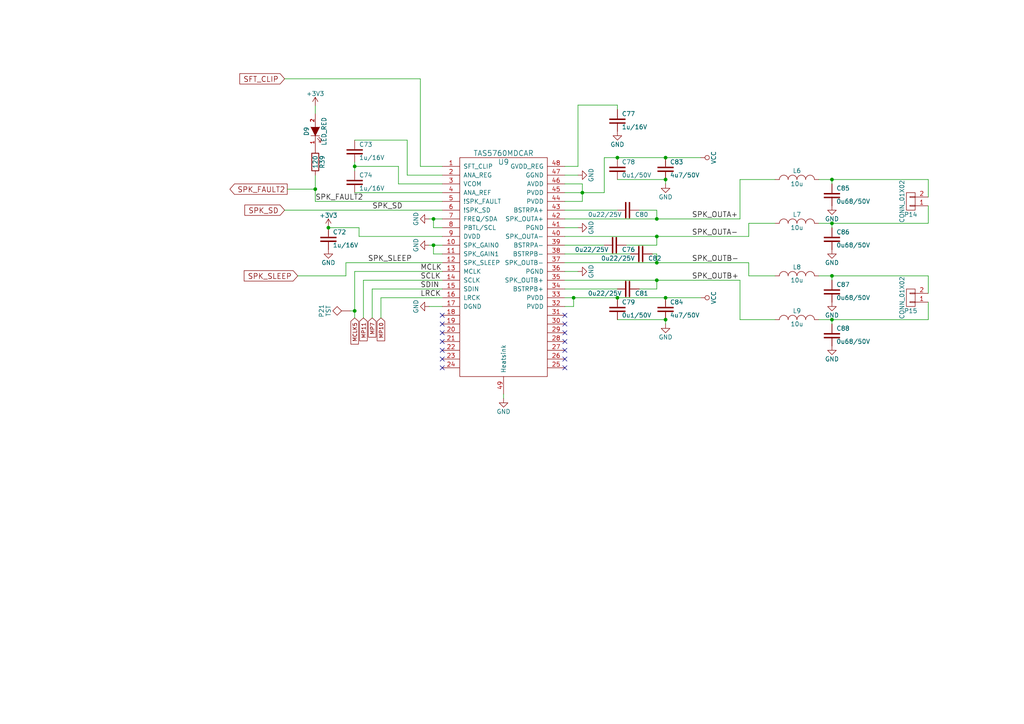
<source format=kicad_sch>
(kicad_sch (version 20230121) (generator eeschema)
  (paper "A4")
  (title_block (title "freeDSP-AiO") (date "2018-08-09") (rev "V1.0") (company "TUD") (comment 1 "Friedrich, Hoffmann, Kaiser, Schindler") (comment 2 "Hauptseminar Kommunikationsnetze"))
  (lib_symbols
    (symbol "MyLibrary:Capacitor" (pin_numbers hide) (pin_names (offset 0))
      (property "Reference" "C" (at 1.27 2.54 0))
      (property "Value" "Capacitor" (at 1.27 -1.27 0))
      (symbol "Capacitor_0_1"
        (rectangle (start -2.286 0) (end 2.286 -0.254) (fill (type outline)))
        (rectangle (start -2.286 1.0922) (end 2.286 0.8382) (fill (type outline)))
      )
      (symbol "Capacitor_1_1"
        (pin passive line (at 0 3.81 270) (length 2.5908) (name "~") (number "1"))
        (pin passive line (at 0 -2.54 90) (length 2.54) (name "~") (number "2"))
      )
    )
    (symbol "MyLibrary:Inductor" (pin_numbers hide) (pin_names (offset 0) hide)
      (property "Reference" "L" (at 0 2.54 0))
      (property "Value" "Inductor" (at 0 -1.27 0))
      (symbol "Inductor_0_1"
        (arc (start -2.54 0) (mid -3.81 1.2645) (end -5.08 0))
        (arc (start 0 0) (mid -1.27 1.2645) (end -2.54 0))
        (arc (start 2.54 0) (mid 1.27 1.2645) (end 0 0))
        (arc (start 5.08 0) (mid 3.81 1.2645) (end 2.54 0))
      )
      (symbol "Inductor_1_1"
        (pin input line (at -6.35 0 0) (length 1.27) (name "1") (number "1"))
        (pin input line (at 6.35 0 180) (length 1.27) (name "2") (number "2"))
      )
    )
    (symbol "MyLibrary:TAS5760MDCAR" (pin_names (offset 1.016))
      (property "Reference" "U" (at 5.08 -33.02 0))
      (property "Value" "TAS5760MDCAR" (at 0 33.02 0))
      (symbol "TAS5760MDCAR_0_1"
        (rectangle (start -12.7 30.48) (end -12.7 30.48))
        (rectangle (start -12.7 31.75) (end 12.7 -31.75))
      )
      (symbol "TAS5760MDCAR_1_1"
        (pin input line (at -17.78 29.21 0) (length 5.08) (name "SFT_CLIP") (number "1"))
        (pin input line (at -17.78 6.35 0) (length 5.08) (name "SPK_GAIN0") (number "10"))
        (pin input line (at -17.78 3.81 0) (length 5.08) (name "SPK_GAIN1") (number "11"))
        (pin input line (at -17.78 1.27 0) (length 5.08) (name "SPK_SLEEP") (number "12"))
        (pin bidirectional line (at -17.78 -1.27 0) (length 5.08) (name "MCLK") (number "13"))
        (pin input line (at -17.78 -3.81 0) (length 5.08) (name "SCLK") (number "14"))
        (pin input line (at -17.78 -6.35 0) (length 5.08) (name "SDIN") (number "15"))
        (pin input line (at -17.78 -8.89 0) (length 5.08) (name "LRCK") (number "16"))
        (pin input line (at -17.78 -11.43 0) (length 5.08) (name "DGND") (number "17"))
        (pin unspecified line (at -17.78 -13.97 0) (length 5.08) (name "~") (number "18"))
        (pin unspecified line (at -17.78 -16.51 0) (length 5.08) (name "~") (number "19"))
        (pin input line (at -17.78 26.67 0) (length 5.08) (name "ANA_REG") (number "2"))
        (pin unspecified line (at -17.78 -19.05 0) (length 5.08) (name "~") (number "20"))
        (pin unspecified line (at -17.78 -21.59 0) (length 5.08) (name "~") (number "21"))
        (pin input line (at -17.78 -24.13 0) (length 5.08) (name "~") (number "22"))
        (pin input line (at -17.78 -26.67 0) (length 5.08) (name "~") (number "23"))
        (pin input line (at -17.78 -29.21 0) (length 5.08) (name "~") (number "24"))
        (pin output line (at 17.78 -29.21 180) (length 5.08) (name "~") (number "25"))
        (pin output line (at 17.78 -26.67 180) (length 5.08) (name "~") (number "26"))
        (pin output line (at 17.78 -24.13 180) (length 5.08) (name "~") (number "27"))
        (pin output line (at 17.78 -21.59 180) (length 5.08) (name "~") (number "28"))
        (pin output line (at 17.78 -19.05 180) (length 5.08) (name "~") (number "29"))
        (pin input line (at -17.78 24.13 0) (length 5.08) (name "VCOM") (number "3"))
        (pin output line (at 17.78 -16.51 180) (length 5.08) (name "~") (number "30"))
        (pin output line (at 17.78 -13.97 180) (length 5.08) (name "~") (number "31"))
        (pin power_in line (at 17.78 -11.43 180) (length 5.08) (name "PVDD") (number "32"))
        (pin power_in line (at 17.78 -8.89 180) (length 5.08) (name "PVDD") (number "33"))
        (pin output line (at 17.78 -6.35 180) (length 5.08) (name "BSTRPB+") (number "34"))
        (pin output line (at 17.78 -3.81 180) (length 5.08) (name "SPK_OUTB+") (number "35"))
        (pin bidirectional line (at 17.78 -1.27 180) (length 5.08) (name "PGND") (number "36"))
        (pin output line (at 17.78 1.27 180) (length 5.08) (name "SPK_OUTB-") (number "37"))
        (pin output line (at 17.78 3.81 180) (length 5.08) (name "BSTRPB-") (number "38"))
        (pin output line (at 17.78 6.35 180) (length 5.08) (name "BSTRPA-") (number "39"))
        (pin input line (at -17.78 21.59 0) (length 5.08) (name "ANA_REF") (number "4"))
        (pin output line (at 17.78 8.89 180) (length 5.08) (name "SPK_OUTA-") (number "40"))
        (pin bidirectional line (at 17.78 11.43 180) (length 5.08) (name "PGND") (number "41"))
        (pin output line (at 17.78 13.97 180) (length 5.08) (name "SPK_OUTA+") (number "42"))
        (pin output line (at 17.78 16.51 180) (length 5.08) (name "BSTRPA+") (number "43"))
        (pin input line (at 17.78 19.05 180) (length 5.08) (name "PVDD") (number "44"))
        (pin input line (at 17.78 21.59 180) (length 5.08) (name "PVDD") (number "45"))
        (pin input line (at 17.78 24.13 180) (length 5.08) (name "AVDD") (number "46"))
        (pin input line (at 17.78 26.67 180) (length 5.08) (name "GGND") (number "47"))
        (pin output line (at 17.78 29.21 180) (length 5.08) (name "GVDD_REG") (number "48"))
        (pin passive line (at 0 -36.83 90) (length 5.08) (name "Heatsink") (number "49"))
        (pin input line (at -17.78 19.05 0) (length 5.08) (name "!SPK_FAULT") (number "5"))
        (pin input line (at -17.78 16.51 0) (length 5.08) (name "!SPK_SD") (number "6"))
        (pin input line (at -17.78 13.97 0) (length 5.08) (name "FREQ/SDA") (number "7"))
        (pin input line (at -17.78 11.43 0) (length 5.08) (name "PBTL/SCL") (number "8"))
        (pin input line (at -17.78 8.89 0) (length 5.08) (name "DVDD") (number "9"))
      )
    )
    (symbol "smd_aio-rescue:+3V3" (power) (pin_names (offset 0))
      (property "Value" "+3V3" (at 0 3.556 0))
      (symbol "+3V3_0_1"
        (polyline (pts (xy -0.762 1.27) (xy 0 2.54)))
        (polyline (pts (xy 0 0) (xy 0 2.54)))
        (polyline (pts (xy 0 2.54) (xy 0.762 1.27)))
      )
      (symbol "+3V3_1_1"
        (pin power_in line (at 0 0 90) (length 0) hide (name "+3V3") (number "1"))
      )
    )
    (symbol "smd_aio-rescue:CONN_01X02" (pin_names (offset 1.016) hide)
      (property "Reference" "P" (at 0 3.81 0))
      (property "Value" "CONN_01X02" (at 2.54 0 90))
      (symbol "CONN_01X02_0_1"
        (rectangle (start -1.27 -1.143) (end 0.254 -1.397))
        (rectangle (start -1.27 1.397) (end 0.254 1.143))
        (rectangle (start -1.27 2.54) (end 1.27 -2.54))
      )
      (symbol "CONN_01X02_1_1"
        (pin passive line (at -5.08 1.27 0) (length 3.81) (name "P1") (number "1"))
        (pin passive line (at -5.08 -1.27 0) (length 3.81) (name "P2") (number "2"))
      )
    )
    (symbol "smd_aio-rescue:GND" (power) (pin_names (offset 0))
      (property "Value" "GND" (at 0 -3.81 0))
      (symbol "GND_0_1"
        (polyline (pts (xy 0 0) (xy 0 -1.27) (xy 1.27 -1.27) (xy 0 -2.54) (xy -1.27 -1.27) (xy 0 -1.27)))
      )
      (symbol "GND_1_1"
        (pin power_in line (at 0 0 270) (length 0) hide (name "GND") (number "1"))
      )
    )
    (symbol "smd_aio-rescue:LED" (pin_names (offset 1.016) hide)
      (property "Reference" "D" (at 0 2.54 0))
      (property "Value" "LED" (at 0 -2.54 0))
      (symbol "LED_0_1"
        (polyline (pts (xy -1.27 1.27) (xy -1.27 -1.27)))
        (polyline (pts (xy -2.032 -0.635) (xy -3.175 -1.651) (xy -3.048 -1.016)))
        (polyline (pts (xy -1.651 -1.016) (xy -2.794 -2.032) (xy -2.667 -1.397)))
        (polyline (pts (xy 1.27 1.27) (xy -1.27 0) (xy 1.27 -1.27)) (fill (type outline)))
      )
      (symbol "LED_1_1"
        (pin passive line (at -5.08 0 0) (length 3.81) (name "K") (number "1"))
        (pin passive line (at 5.08 0 180) (length 3.81) (name "A") (number "2"))
      )
    )
    (symbol "smd_aio-rescue:R" (pin_numbers hide) (pin_names (offset 0))
      (property "Reference" "R" (at 2.032 0 90))
      (property "Value" "R" (at 0 0 90))
      (symbol "R_0_1"
        (rectangle (start -1.016 -2.54) (end 1.016 2.54) (stroke (width 0.254)))
      )
      (symbol "R_1_1"
        (pin passive line (at 0 3.81 270) (length 1.27) (name "~") (number "1"))
        (pin passive line (at 0 -3.81 90) (length 1.27) (name "~") (number "2"))
      )
    )
    (symbol "smd_aio-rescue:TST" (pin_numbers hide) (pin_names (offset 1.016) hide)
      (property "Reference" "P" (at 0 7.62 0))
      (property "Value" "TST" (at 0 6.35 0))
      (symbol "TST_0_1"
        (polyline (pts (xy 0 5.08) (xy -1.27 3.81) (xy 0 2.54) (xy 1.27 3.81) (xy 0 5.08) (xy 0 5.08)))
      )
      (symbol "TST_1_1"
        (pin passive line (at 0 0 90) (length 2.54) (name "~") (number "1"))
      )
    )
    (symbol "smd_aio-rescue:VCC" (power) (pin_names (offset 0))
      (property "Value" "VCC" (at 0 3.81 0))
      (symbol "VCC_0_1"
        (polyline (pts (xy 0 0) (xy 0 1.27)))
        (circle (center 0 1.905) (radius 0.635))
      )
      (symbol "VCC_1_1"
        (pin power_in line (at 0 0 90) (length 0) hide (name "VCC") (number "1"))
      )
    )
  )
  (junction (at 190.5 68.58))
  (junction (at 193.04 52.07))
  (junction (at 190.5 63.5))
  (junction (at 193.04 86.36))
  (junction (at 168.91 55.88))
  (junction (at 241.3 64.77))
  (junction (at 102.87 90.17))
  (junction (at 166.37 86.36))
  (junction (at 125.73 63.5))
  (junction (at 125.73 71.12))
  (junction (at 190.5 76.2))
  (junction (at 179.07 45.72))
  (junction (at 91.44 54.864))
  (junction (at 102.87 48.26))
  (junction (at 241.3 92.71))
  (junction (at 193.04 45.72))
  (junction (at 95.25 66.04))
  (junction (at 193.04 92.71))
  (junction (at 241.3 52.07))
  (junction (at 179.07 86.36))
  (junction (at 241.3 80.01))
  (junction (at 190.5 81.28))
  (no_connect (at 163.83 93.98))
  (no_connect (at 163.83 99.06))
  (no_connect (at 128.27 93.98))
  (no_connect (at 163.83 106.68))
  (no_connect (at 163.83 96.52))
  (no_connect (at 128.27 91.44))
  (no_connect (at 128.27 96.52))
  (no_connect (at 128.27 101.6))
  (no_connect (at 128.27 99.06))
  (no_connect (at 163.83 104.14))
  (no_connect (at 163.83 91.44))
  (no_connect (at 128.27 104.14))
  (no_connect (at 128.27 106.68))
  (no_connect (at 163.83 101.6))
  (wire (pts (xy 163.83 68.58) (xy 190.5 68.58)))
  (wire (pts (xy 190.5 71.12) (xy 190.5 68.58)))
  (wire (pts (xy 163.83 76.2) (xy 190.5 76.2)))
  (wire (pts (xy 104.14 66.04) (xy 95.25 66.04)))
  (wire (pts (xy 269.24 92.71) (xy 269.24 87.63)))
  (wire (pts (xy 217.17 68.58) (xy 217.17 64.77)))
  (wire (pts (xy 179.07 60.96) (xy 163.83 60.96)))
  (wire (pts (xy 163.83 88.9) (xy 166.37 88.9)))
  (wire (pts (xy 168.91 53.34) (xy 168.91 55.88)))
  (wire (pts (xy 166.37 88.9) (xy 166.37 86.36)))
  (wire (pts (xy 190.5 76.2) (xy 217.17 76.2)))
  (wire (pts (xy 163.83 66.04) (xy 167.64 66.04)))
  (wire (pts (xy 168.91 55.88) (xy 175.26 55.88)))
  (wire (pts (xy 190.5 73.66) (xy 190.5 76.2)))
  (wire (pts (xy 83.312 54.864) (xy 91.44 54.864)))
  (wire (pts (xy 125.73 66.04) (xy 125.73 63.5)))
  (wire (pts (xy 193.04 92.71) (xy 193.04 93.98)))
  (wire (pts (xy 163.83 55.88) (xy 168.91 55.88)))
  (wire (pts (xy 107.95 83.82) (xy 107.95 92.202)))
  (wire (pts (xy 146.05 114.3) (xy 146.05 115.57)))
  (wire (pts (xy 167.64 48.26) (xy 163.83 48.26)))
  (wire (pts (xy 91.44 30.734) (xy 91.44 33.02)))
  (wire (pts (xy 118.11 40.64) (xy 118.11 50.8)))
  (wire (pts (xy 175.26 71.12) (xy 163.83 71.12)))
  (wire (pts (xy 241.3 80.01) (xy 241.3 81.28)))
  (wire (pts (xy 190.5 81.28) (xy 214.63 81.28)))
  (wire (pts (xy 91.44 58.42) (xy 128.27 58.42)))
  (wire (pts (xy 166.37 86.36) (xy 179.07 86.36)))
  (wire (pts (xy 100.33 76.2) (xy 128.27 76.2)))
  (wire (pts (xy 128.27 68.58) (xy 104.14 68.58)))
  (wire (pts (xy 163.83 63.5) (xy 190.5 63.5)))
  (wire (pts (xy 102.87 48.26) (xy 102.87 49.53)))
  (wire (pts (xy 102.87 46.99) (xy 102.87 48.26)))
  (wire (pts (xy 105.41 81.28) (xy 105.41 92.202)))
  (wire (pts (xy 214.63 52.07) (xy 224.79 52.07)))
  (wire (pts (xy 102.87 55.88) (xy 128.27 55.88)))
  (wire (pts (xy 82.55 60.96) (xy 128.27 60.96)))
  (wire (pts (xy 104.14 68.58) (xy 104.14 66.04)))
  (wire (pts (xy 269.24 80.01) (xy 269.24 85.09)))
  (wire (pts (xy 193.04 45.72) (xy 203.2 45.72)))
  (wire (pts (xy 217.17 80.01) (xy 224.79 80.01)))
  (wire (pts (xy 237.49 52.07) (xy 241.3 52.07)))
  (wire (pts (xy 101.6 90.17) (xy 102.87 90.17)))
  (wire (pts (xy 241.3 64.77) (xy 269.24 64.77)))
  (wire (pts (xy 128.27 83.82) (xy 107.95 83.82)))
  (wire (pts (xy 190.5 60.96) (xy 185.42 60.96)))
  (wire (pts (xy 241.3 92.71) (xy 269.24 92.71)))
  (wire (pts (xy 175.26 45.72) (xy 179.07 45.72)))
  (wire (pts (xy 121.92 22.86) (xy 121.92 48.26)))
  (wire (pts (xy 163.83 78.74) (xy 167.64 78.74)))
  (wire (pts (xy 115.57 53.34) (xy 128.27 53.34)))
  (wire (pts (xy 163.83 50.8) (xy 167.64 50.8)))
  (wire (pts (xy 128.27 81.28) (xy 105.41 81.28)))
  (wire (pts (xy 237.49 64.77) (xy 241.3 64.77)))
  (wire (pts (xy 118.11 50.8) (xy 128.27 50.8)))
  (wire (pts (xy 179.07 83.82) (xy 163.83 83.82)))
  (wire (pts (xy 163.83 53.34) (xy 168.91 53.34)))
  (wire (pts (xy 125.73 71.12) (xy 128.27 71.12)))
  (wire (pts (xy 100.33 80.01) (xy 86.36 80.01)))
  (wire (pts (xy 102.87 78.74) (xy 102.87 90.17)))
  (wire (pts (xy 168.91 55.88) (xy 168.91 58.42)))
  (wire (pts (xy 121.92 48.26) (xy 128.27 48.26)))
  (wire (pts (xy 102.87 90.17) (xy 102.87 92.202)))
  (wire (pts (xy 128.27 78.74) (xy 102.87 78.74)))
  (wire (pts (xy 167.64 30.48) (xy 167.64 48.26)))
  (wire (pts (xy 241.3 80.01) (xy 269.24 80.01)))
  (wire (pts (xy 269.24 52.07) (xy 269.24 57.15)))
  (wire (pts (xy 189.23 73.66) (xy 190.5 73.66)))
  (wire (pts (xy 102.87 48.26) (xy 115.57 48.26)))
  (wire (pts (xy 190.5 68.58) (xy 217.17 68.58)))
  (wire (pts (xy 163.83 73.66) (xy 182.88 73.66)))
  (wire (pts (xy 241.3 92.71) (xy 241.3 93.98)))
  (wire (pts (xy 190.5 63.5) (xy 190.5 60.96)))
  (wire (pts (xy 214.63 63.5) (xy 214.63 52.07)))
  (wire (pts (xy 179.07 92.71) (xy 193.04 92.71)))
  (wire (pts (xy 214.63 81.28) (xy 214.63 92.71)))
  (wire (pts (xy 193.04 52.07) (xy 193.04 53.34)))
  (wire (pts (xy 91.44 58.42) (xy 91.44 54.864)))
  (wire (pts (xy 125.73 73.66) (xy 125.73 71.12)))
  (wire (pts (xy 237.49 80.01) (xy 241.3 80.01)))
  (wire (pts (xy 241.3 52.07) (xy 269.24 52.07)))
  (wire (pts (xy 214.63 92.71) (xy 224.79 92.71)))
  (wire (pts (xy 175.26 55.88) (xy 175.26 45.72)))
  (wire (pts (xy 241.3 52.07) (xy 241.3 53.34)))
  (wire (pts (xy 179.07 52.07) (xy 193.04 52.07)))
  (wire (pts (xy 193.04 86.36) (xy 203.2 86.36)))
  (wire (pts (xy 181.61 71.12) (xy 190.5 71.12)))
  (wire (pts (xy 237.49 92.71) (xy 241.3 92.71)))
  (wire (pts (xy 217.17 76.2) (xy 217.17 80.01)))
  (wire (pts (xy 124.46 71.12) (xy 125.73 71.12)))
  (wire (pts (xy 124.46 63.5) (xy 125.73 63.5)))
  (wire (pts (xy 100.33 80.01) (xy 100.33 76.2)))
  (wire (pts (xy 163.83 86.36) (xy 166.37 86.36)))
  (wire (pts (xy 125.73 63.5) (xy 128.27 63.5)))
  (wire (pts (xy 217.17 64.77) (xy 224.79 64.77)))
  (wire (pts (xy 163.83 81.28) (xy 190.5 81.28)))
  (wire (pts (xy 124.46 88.9) (xy 128.27 88.9)))
  (wire (pts (xy 167.64 30.48) (xy 179.07 30.48)))
  (wire (pts (xy 168.91 58.42) (xy 163.83 58.42)))
  (wire (pts (xy 115.57 48.26) (xy 115.57 53.34)))
  (wire (pts (xy 91.44 54.864) (xy 91.44 50.8)))
  (wire (pts (xy 102.87 40.64) (xy 118.11 40.64)))
  (wire (pts (xy 190.5 81.28) (xy 190.5 83.82)))
  (wire (pts (xy 269.24 64.77) (xy 269.24 59.69)))
  (wire (pts (xy 110.49 86.36) (xy 110.49 92.202)))
  (wire (pts (xy 179.07 45.72) (xy 193.04 45.72)))
  (wire (pts (xy 190.5 83.82) (xy 185.42 83.82)))
  (wire (pts (xy 82.55 22.86) (xy 121.92 22.86)))
  (wire (pts (xy 179.07 30.48) (xy 179.07 31.75)))
  (wire (pts (xy 241.3 64.77) (xy 241.3 66.04)))
  (wire (pts (xy 128.27 66.04) (xy 125.73 66.04)))
  (wire (pts (xy 128.27 73.66) (xy 125.73 73.66)))
  (wire (pts (xy 190.5 63.5) (xy 214.63 63.5)))
  (wire (pts (xy 179.07 86.36) (xy 193.04 86.36)))
  (wire (pts (xy 128.27 86.36) (xy 110.49 86.36)))
  (label "SPK_FAULT2" (at 91.44 58.42 0) (effects (font (size 1.524 1.524))))
  (label "SPK_OUTB+" (at 200.66 81.28 0) (effects (font (size 1.524 1.524))))
  (label "LRCK" (at 121.92 86.36 0) (effects (font (size 1.524 1.524))))
  (label "SCLK" (at 121.92 81.28 0) (effects (font (size 1.524 1.524))))
  (label "SDIN" (at 121.92 83.82 0) (effects (font (size 1.524 1.524))))
  (label "SPK_SD" (at 107.95 60.96 0) (effects (font (size 1.524 1.524))))
  (label "SPK_SLEEP" (at 106.68 76.2 0) (effects (font (size 1.524 1.524))))
  (label "SPK_OUTA+" (at 200.66 63.5 0) (effects (font (size 1.524 1.524))))
  (label "SPK_OUTB-" (at 200.66 76.2 0) (effects (font (size 1.524 1.524))))
  (label "MCLK" (at 121.92 78.74 0) (effects (font (size 1.524 1.524))))
  (label "SPK_OUTA-" (at 200.66 68.58 0) (effects (font (size 1.524 1.524))))
  (global_label "SPK_SLEEP" (shape input) (at 86.36 80.01 180) (effects (font (size 1.524 1.524))) (property "Intersheetrefs" "${INTERSHEET_REFS}" (effects hide)))
  (global_label "MP7" (shape input) (at 107.95 92.202 270) (effects (font (size 1.1176 1.1176))) (property "Intersheetrefs" "${INTERSHEET_REFS}" (effects hide)))
  (global_label "MCLK5" (shape input) (at 102.87 92.202 270) (effects (font (size 1.1176 1.1176))) (property "Intersheetrefs" "${INTERSHEET_REFS}" (effects hide)))
  (global_label "SFT_CLIP" (shape input) (at 82.55 22.86 180) (effects (font (size 1.524 1.524))) (property "Intersheetrefs" "${INTERSHEET_REFS}" (effects hide)))
  (global_label "MP10" (shape input) (at 110.49 92.202 270) (effects (font (size 1.1176 1.1176))) (property "Intersheetrefs" "${INTERSHEET_REFS}" (effects hide)))
  (global_label "SPK_FAULT2" (shape output) (at 83.312 54.864 180) (effects (font (size 1.524 1.524))) (property "Intersheetrefs" "${INTERSHEET_REFS}" (effects hide)))
  (global_label "SPK_SD" (shape input) (at 82.55 60.96 180) (effects (font (size 1.524 1.524))) (property "Intersheetrefs" "${INTERSHEET_REFS}" (effects hide)))
  (global_label "MP11" (shape input) (at 105.41 92.202 270) (effects (font (size 1.1176 1.1176))) (property "Intersheetrefs" "${INTERSHEET_REFS}" (effects hide)))
  (symbol (lib_id "MyLibrary:Capacitor") (at 102.87 53.34 0) (unit 1)
    (property "Reference" "C74" (at 104.14 50.8 0) (effects (justify left)))
    (property "Value" "1u/16V" (at 104.14 54.61 0) (effects (justify left)))
    (property "Footprint" "fdsp_capacitor:C_1206_HandSoldering" (effects hide))
    (property "Datasheet" "http://www.murata.com/products/catalog/pdf/c02e.pdf" (effects hide))
    (property "Mfr.Nr." "GRM188R71C105KE15D" (effects hide))
  )
  (symbol (lib_id "MyLibrary:Capacitor") (at 102.87 44.45 0) (unit 1)
    (property "Reference" "C73" (at 104.14 41.91 0) (effects (justify left)))
    (property "Value" "1u/16V" (at 104.14 45.72 0) (effects (justify left)))
    (property "Footprint" "fdsp_capacitor:C_1206_HandSoldering" (effects hide))
    (property "Datasheet" "http://www.murata.com/products/catalog/pdf/c02e.pdf" (effects hide))
    (property "Mfr.Nr." "GRM188R71C105KE15D" (effects hide))
  )
  (symbol (lib_id "MyLibrary:Capacitor") (at 95.25 69.85 0) (unit 1)
    (property "Reference" "C72" (at 96.52 67.31 0) (effects (justify left)))
    (property "Value" "1u/16V" (at 96.52 71.12 0) (effects (justify left)))
    (property "Footprint" "fdsp_capacitor:C_1206_HandSoldering" (effects hide))
    (property "Datasheet" "http://www.murata.com/products/catalog/pdf/c02e.pdf" (effects hide))
    (property "Mfr.Nr." "GRM188R71C105KE15D" (effects hide))
  )
  (symbol (lib_id "MyLibrary:Capacitor") (at 193.04 49.53 0) (unit 1)
    (property "Reference" "C83" (at 194.31 46.99 0) (effects (justify left)))
    (property "Value" "4u7/50V" (at 194.31 50.8 0) (effects (justify left)))
    (property "Footprint" "fdsp_capacitor:C_1206_HandSoldering" (effects hide))
    (property "Datasheet" "http://www.murata.com/products/catalog/pdf/c02e.pdf" (effects hide))
    (property "Mfr.Nr." "GRM31CR71H475KA12L" (effects hide))
  )
  (symbol (lib_id "smd_aio-rescue:GND") (at 167.64 50.8 90) (unit 1)
    (property "Reference" "#PWR0116" (effects hide))
    (property "Value" "GND" (at 171.45 50.8 0))
  )
  (symbol (lib_id "smd_aio-rescue:GND") (at 193.04 53.34 0) (unit 1)
    (property "Reference" "#PWR0117" (effects hide))
    (property "Value" "GND" (at 193.04 57.15 0))
  )
  (symbol (lib_id "smd_aio-rescue:GND") (at 179.07 38.1 0) (unit 1)
    (property "Reference" "#PWR0118" (effects hide))
    (property "Value" "GND" (at 179.07 41.91 0))
  )
  (symbol (lib_id "smd_aio-rescue:GND") (at 95.25 72.39 0) (unit 1)
    (property "Reference" "#PWR0119" (effects hide))
    (property "Value" "GND" (at 95.25 76.2 0))
  )
  (symbol (lib_id "smd_aio-rescue:GND") (at 167.64 66.04 90) (unit 1)
    (property "Reference" "#PWR0120" (effects hide))
    (property "Value" "GND" (at 171.45 66.04 0))
  )
  (symbol (lib_id "smd_aio-rescue:GND") (at 167.64 78.74 90) (unit 1)
    (property "Reference" "#PWR0121" (effects hide))
    (property "Value" "GND" (at 171.45 78.74 0))
  )
  (symbol (lib_id "MyLibrary:Capacitor") (at 181.61 60.96 270) (unit 1)
    (property "Reference" "C80" (at 184.15 62.23 90) (effects (justify left)))
    (property "Value" "0u22/25V" (at 180.34 62.23 90) (effects (justify right)))
    (property "Footprint" "fdsp_capacitor:C_0805_HandSoldering" (effects hide))
    (property "Datasheet" "http://www.murata.com/products/catalog/pdf/c02e.pdf" (effects hide))
    (property "Mfr.Nr." "GRM188R71E223KA01J" (effects hide))
    (property "Dielectric" "X7R" (effects hide))
  )
  (symbol (lib_id "smd_aio-rescue:GND") (at 193.04 93.98 0) (unit 1)
    (property "Reference" "#PWR0122" (effects hide))
    (property "Value" "GND" (at 193.04 97.79 0))
  )
  (symbol (lib_id "MyLibrary:Capacitor") (at 177.8 71.12 270) (unit 1)
    (property "Reference" "C76" (at 180.34 72.39 90) (effects (justify left)))
    (property "Value" "0u22/25V" (at 176.53 72.39 90) (effects (justify right)))
    (property "Footprint" "fdsp_capacitor:C_0805_HandSoldering" (effects hide))
    (property "Datasheet" "http://www.murata.com/products/catalog/pdf/c02e.pdf" (effects hide))
    (property "Mfr.Nr." "GRM188R71E223KA01J" (effects hide))
    (property "Dielectric" "X7R" (effects hide))
  )
  (symbol (lib_id "MyLibrary:Capacitor") (at 185.42 73.66 270) (unit 1)
    (property "Reference" "C82" (at 187.96 74.93 90) (effects (justify left)))
    (property "Value" "0u22/25V" (at 184.15 74.93 90) (effects (justify right)))
    (property "Footprint" "fdsp_capacitor:C_0805_HandSoldering" (effects hide))
    (property "Datasheet" "http://www.murata.com/products/catalog/pdf/c02e.pdf" (effects hide))
    (property "Mfr.Nr." "GRM188R71E223KA01J" (effects hide))
    (property "Dielectric" "X7R" (effects hide))
  )
  (symbol (lib_id "MyLibrary:Capacitor") (at 181.61 83.82 270) (unit 1)
    (property "Reference" "C81" (at 184.15 85.09 90) (effects (justify left)))
    (property "Value" "0u22/25V" (at 180.34 85.09 90) (effects (justify right)))
    (property "Footprint" "fdsp_capacitor:C_0805_HandSoldering" (effects hide))
    (property "Datasheet" "http://www.murata.com/products/catalog/pdf/c02e.pdf" (effects hide))
    (property "Mfr.Nr." "GRM188R71E223KA01J" (effects hide))
    (property "Dielectric" "X7R" (effects hide))
  )
  (symbol (lib_id "MyLibrary:Inductor") (at 231.14 52.07 0) (unit 1)
    (property "Reference" "L6" (at 231.14 49.53 0))
    (property "Value" "10u" (at 231.14 53.34 0))
    (property "Footprint" "AMPx2 _footprints:1D10ASeries" (effects hide))
    (property "Datasheet" "http://www.mouser.com/ds/2/192/1D10A-8408.pdf" (effects hide))
    (property "Mfr.Nr." "1D10A-100M" (effects hide))
  )
  (symbol (lib_id "MyLibrary:Inductor") (at 231.14 64.77 0) (unit 1)
    (property "Reference" "L7" (at 231.14 62.23 0))
    (property "Value" "10u" (at 231.14 66.04 0))
    (property "Footprint" "AMPx2 _footprints:1D10ASeries" (effects hide))
    (property "Datasheet" "http://www.mouser.com/ds/2/192/1D10A-8408.pdf" (effects hide))
    (property "Mfr.Nr." "1D10A-100M" (effects hide))
  )
  (symbol (lib_id "MyLibrary:Inductor") (at 231.14 80.01 0) (unit 1)
    (property "Reference" "L8" (at 231.14 77.47 0))
    (property "Value" "10u" (at 231.14 81.28 0))
    (property "Footprint" "AMPx2 _footprints:1D10ASeries" (effects hide))
    (property "Datasheet" "http://www.mouser.com/ds/2/192/1D10A-8408.pdf" (effects hide))
    (property "Mfr.Nr." "1D10A-100M" (effects hide))
  )
  (symbol (lib_id "MyLibrary:Inductor") (at 231.14 92.71 0) (unit 1)
    (property "Reference" "L9" (at 231.14 90.17 0))
    (property "Value" "10u" (at 231.14 93.98 0))
    (property "Footprint" "AMPx2 _footprints:1D10ASeries" (effects hide))
    (property "Datasheet" "http://www.mouser.com/ds/2/192/1D10A-8408.pdf" (effects hide))
    (property "Mfr.Nr." "1D10A-100M" (effects hide))
  )
  (symbol (lib_id "MyLibrary:Capacitor") (at 241.3 69.85 0) (unit 1)
    (property "Reference" "C86" (at 242.57 67.31 0) (effects (justify left)))
    (property "Value" "0u68/50V" (at 242.57 71.12 0) (effects (justify left)))
    (property "Footprint" "fdsp_capacitor:C_1206_HandSoldering" (effects hide))
    (property "Datasheet" "http://www.murata.com/products/catalog/pdf/c03e.pdf" (effects hide))
    (property "Mfr.Nr." "GCM31CR71H684KA37L" (effects hide))
  )
  (symbol (lib_id "MyLibrary:Capacitor") (at 241.3 97.79 0) (unit 1)
    (property "Reference" "C88" (at 242.57 95.25 0) (effects (justify left)))
    (property "Value" "0u68/50V" (at 242.57 99.06 0) (effects (justify left)))
    (property "Footprint" "fdsp_capacitor:C_1206_HandSoldering" (effects hide))
    (property "Datasheet" "http://www.murata.com/products/catalog/pdf/c03e.pdf" (effects hide))
    (property "Mfr.Nr." "GCM31CR71H684KA37L" (effects hide))
  )
  (symbol (lib_id "smd_aio-rescue:GND") (at 241.3 59.69 0) (unit 1)
    (property "Reference" "#PWR0123" (effects hide))
    (property "Value" "GND" (at 241.3 63.5 0))
  )
  (symbol (lib_id "smd_aio-rescue:GND") (at 241.3 72.39 0) (unit 1)
    (property "Reference" "#PWR0124" (effects hide))
    (property "Value" "GND" (at 241.3 76.2 0))
  )
  (symbol (lib_id "smd_aio-rescue:LED") (at 91.44 38.1 90) (unit 1)
    (property "Reference" "D9" (at 88.9 38.1 0))
    (property "Value" "LED_RED" (at 93.98 38.1 0))
    (property "Footprint" "fdsp_resistor:R_1206_HandSoldering" (effects hide))
    (property "Datasheet" "http://www.mouser.com/ds/2/216/APT1608EC-34957.pdf" (effects hide))
    (property "Mfr.Nr." "APT1608EC" (effects hide))
  )
  (symbol (lib_id "smd_aio-rescue:GND") (at 124.46 88.9 270) (unit 1)
    (property "Reference" "#PWR0127" (effects hide))
    (property "Value" "GND" (at 120.65 88.9 0))
  )
  (symbol (lib_id "smd_aio-rescue:VCC") (at 203.2 45.72 270) (unit 1)
    (property "Reference" "#PWR0134" (effects hide))
    (property "Value" "VCC" (at 207.01 45.72 0))
  )
  (symbol (lib_id "smd_aio-rescue:CONN_01X02") (at 264.16 58.42 180) (unit 1)
    (property "Reference" "P14" (at 264.16 62.23 0))
    (property "Value" "CONN_01X02" (at 261.62 58.42 90))
    (property "Footprint" "fdsp_connector:RIACON101-2" (effects hide))
    (property "Datasheet" "http://www.mouser.com/ds/2/324/ItemDetail_1935161-922578.pdf" (effects hide))
    (property "Mfr.Nr." "1935161" (effects hide))
  )
  (symbol (lib_id "smd_aio-rescue:GND") (at 146.05 115.57 0) (unit 1)
    (property "Reference" "#PWR0136" (effects hide))
    (property "Value" "GND" (at 146.05 119.38 0))
  )
  (symbol (lib_id "smd_aio-rescue:+3V3") (at 91.44 30.734 0) (unit 1)
    (property "Reference" "#PWR0138" (effects hide))
    (property "Value" "+3V3" (at 91.44 27.178 0))
  )
  (symbol (lib_id "MyLibrary:TAS5760MDCAR") (at 146.05 77.47 0) (unit 1)
    (property "Reference" "U9" (at 146.05 46.99 0) (effects (font (size 1.524 1.524))))
    (property "Value" "TAS5760MDCAR" (at 146.05 44.45 0) (effects (font (size 1.524 1.524))))
    (property "Footprint" "AMPx2 _footprints:HTSSOP-48" (effects hide))
    (property "Datasheet" "http://www.mouser.com/ds/2/405/tas5760m-480127.pdf" (effects hide))
    (property "Mfr.Nr." "TAS5760MDCA" (effects hide))
  )
  (symbol (lib_id "MyLibrary:Capacitor") (at 179.07 35.56 0) (unit 1)
    (property "Reference" "C77" (at 180.34 33.02 0) (effects (justify left)))
    (property "Value" "1u/16V" (at 180.34 36.83 0) (effects (justify left)))
    (property "Footprint" "fdsp_capacitor:C_1206_HandSoldering" (effects hide))
    (property "Datasheet" "http://www.murata.com/products/catalog/pdf/c02e.pdf" (effects hide))
    (property "Mfr.Nr." "GRM188R71C105KE15D" (effects hide))
  )
  (symbol (lib_id "MyLibrary:Capacitor") (at 179.07 49.53 0) (unit 1)
    (property "Reference" "C78" (at 180.34 46.99 0) (effects (justify left)))
    (property "Value" "0u1/50V" (at 180.34 50.8 0) (effects (justify left)))
    (property "Footprint" "fdsp_capacitor:C_1206_HandSoldering" (effects hide))
    (property "Datasheet" "http://www.murata.com/products/catalog/pdf/c02e.pdf" (effects hide))
    (property "Mfr.Nr." "GRM188R71H104KA93D" (effects hide))
  )
  (symbol (lib_id "MyLibrary:Capacitor") (at 193.04 90.17 0) (unit 1)
    (property "Reference" "C84" (at 194.31 87.63 0) (effects (justify left)))
    (property "Value" "4u7/50V" (at 194.31 91.44 0) (effects (justify left)))
    (property "Footprint" "fdsp_capacitor:C_1206_HandSoldering" (effects hide))
    (property "Datasheet" "http://www.murata.com/products/catalog/pdf/c02e.pdf" (effects hide))
    (property "Mfr.Nr." "GRM31CR71H475KA12L" (effects hide))
  )
  (symbol (lib_id "MyLibrary:Capacitor") (at 179.07 90.17 0) (unit 1)
    (property "Reference" "C79" (at 180.34 87.63 0) (effects (justify left)))
    (property "Value" "0u1/50V" (at 180.34 91.44 0) (effects (justify left)))
    (property "Footprint" "fdsp_capacitor:C_1206_HandSoldering" (effects hide))
    (property "Datasheet" "http://www.murata.com/products/catalog/pdf/c02e.pdf" (effects hide))
    (property "Mfr.Nr." "GRM188R71H104KA93D" (effects hide))
  )
  (symbol (lib_id "MyLibrary:Capacitor") (at 241.3 57.15 0) (unit 1)
    (property "Reference" "C85" (at 242.57 54.61 0) (effects (justify left)))
    (property "Value" "0u68/50V" (at 242.57 58.42 0) (effects (justify left)))
    (property "Footprint" "fdsp_capacitor:C_1206_HandSoldering" (effects hide))
    (property "Datasheet" "http://www.murata.com/products/catalog/pdf/c03e.pdf" (effects hide))
    (property "Mfr.Nr." "GCM31CR71H684KA37L" (effects hide))
  )
  (symbol (lib_id "MyLibrary:Capacitor") (at 241.3 85.09 0) (unit 1)
    (property "Reference" "C87" (at 242.57 82.55 0) (effects (justify left)))
    (property "Value" "0u68/50V" (at 242.57 86.36 0) (effects (justify left)))
    (property "Footprint" "fdsp_capacitor:C_1206_HandSoldering" (effects hide))
    (property "Datasheet" "http://www.murata.com/products/catalog/pdf/c03e.pdf" (effects hide))
    (property "Mfr.Nr." "GCM31CR71H684KA37L" (effects hide))
  )
  (symbol (lib_id "smd_aio-rescue:GND") (at 241.3 87.63 0) (unit 1)
    (property "Reference" "#PWR0125" (effects hide))
    (property "Value" "GND" (at 241.3 91.44 0))
  )
  (symbol (lib_id "smd_aio-rescue:GND") (at 241.3 100.33 0) (unit 1)
    (property "Reference" "#PWR0126" (effects hide))
    (property "Value" "GND" (at 241.3 104.14 0))
  )
  (symbol (lib_id "smd_aio-rescue:GND") (at 124.46 71.12 270) (unit 1)
    (property "Reference" "#PWR0128" (effects hide))
    (property "Value" "GND" (at 120.65 71.12 0))
  )
  (symbol (lib_id "smd_aio-rescue:GND") (at 124.46 63.5 270) (unit 1)
    (property "Reference" "#PWR0129" (effects hide))
    (property "Value" "GND" (at 120.65 63.5 0))
  )
  (symbol (lib_id "smd_aio-rescue:VCC") (at 203.2 86.36 270) (unit 1)
    (property "Reference" "#PWR0130" (effects hide))
    (property "Value" "VCC" (at 207.01 86.36 0))
  )
  (symbol (lib_id "smd_aio-rescue:R") (at 91.44 46.99 0) (unit 1)
    (property "Reference" "R39" (at 93.472 46.99 90))
    (property "Value" "120" (at 91.44 46.99 90))
    (property "Footprint" "fdsp_resistor:R_1206_HandSoldering" (effects hide))
    (property "Datasheet" "http://www.mouser.com/ds/2/427/crcw0201e3-54960.pdf" (effects hide))
    (property "Mfr.Nr." "CRCW0201120RJNED" (effects hide))
  )
  (symbol (lib_id "smd_aio-rescue:CONN_01X02") (at 264.16 86.36 180) (unit 1)
    (property "Reference" "P15" (at 264.16 90.17 0))
    (property "Value" "CONN_01X02" (at 261.62 86.36 90))
    (property "Footprint" "fdsp_connector:RIACON101-2" (effects hide))
    (property "Datasheet" "http://www.mouser.com/ds/2/324/ItemDetail_1935161-922578.pdf" (effects hide))
    (property "Mfr.Nr." "1935161" (effects hide))
  )
  (symbol (lib_id "smd_aio-rescue:+3V3") (at 95.25 66.04 0) (unit 1)
    (property "Reference" "#PWR0140" (effects hide))
    (property "Value" "+3V3" (at 95.25 62.484 0))
  )
  (symbol (lib_id "smd_aio-rescue:TST") (at 101.6 90.17 90) (unit 1)
    (property "Reference" "P21" (at 93.98 90.17 0) (effects (justify bottom)))
    (property "Value" "TST" (at 95.25 90.17 0))
    (property "Footprint" "fdsp_misc:Measurement_Point_Round-SMD-Pad_Small" (effects hide))
  )
)
</source>
